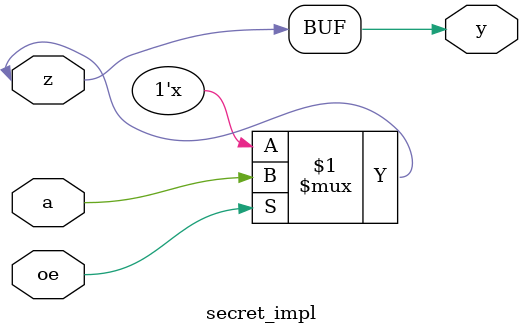
<source format=v>

module secret_impl (
		    input  a,
		    input  oe,
		    inout  z,
		    output y);

   assign z = oe ? a : 1'bz;
   assign y = z;

endmodule

</source>
